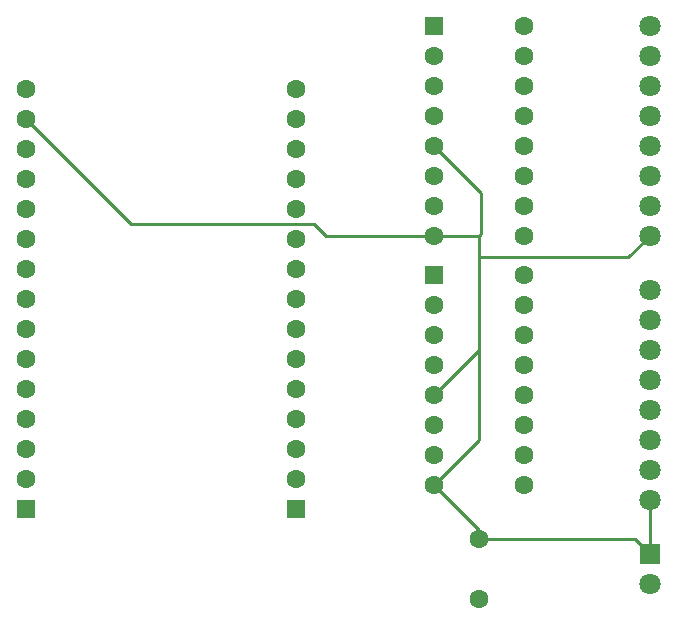
<source format=gbl>
G04 Layer: BottomLayer*
G04 EasyEDA Pro v2.2.35.2, 2025-01-23 15:21:14*
G04 Gerber Generator version 0.3*
G04 Scale: 100 percent, Rotated: No, Reflected: No*
G04 Dimensions in millimeters*
G04 Leading zeros omitted, absolute positions, 4 integers and 5 decimals*
%FSLAX45Y45*%
%MOMM*%
%ADD10C,1.6*%
%ADD11R,1.5748X1.6*%
%ADD12R,1.6X1.6*%
%ADD13C,1.8*%
%ADD14R,1.8X1.8*%
%ADD15C,0.254*%
G75*


G04 Pad Start*
G54D10*
G01X152400Y-660400D03*
G01X152400Y-914400D03*
G01X152400Y-1168400D03*
G01X152400Y-1422400D03*
G01X152400Y-1676400D03*
G01X152400Y-1930400D03*
G01X152400Y-2184400D03*
G01X152400Y-2438400D03*
G01X152400Y-2692400D03*
G01X152400Y-2946400D03*
G01X152400Y-3200400D03*
G01X152400Y-3454400D03*
G01X152400Y-3708400D03*
G01X152400Y-3962400D03*
G54D11*
G01X152400Y-4216400D03*
G54D10*
G01X2438400Y-660400D03*
G01X2438400Y-914400D03*
G01X2438400Y-1168400D03*
G01X2438400Y-1422400D03*
G01X2438400Y-1676400D03*
G01X2438400Y-1930400D03*
G01X2438400Y-2184400D03*
G01X2438400Y-2438400D03*
G01X2438400Y-2692400D03*
G01X2438400Y-2946400D03*
G01X2438400Y-3200400D03*
G01X2438400Y-3454400D03*
G01X2438400Y-3708400D03*
G01X2438400Y-3962400D03*
G54D11*
G01X2438400Y-4216400D03*
G54D10*
G01X4368800Y-127000D03*
G01X4368800Y-381000D03*
G01X4368800Y-635000D03*
G01X4368800Y-889000D03*
G01X4368800Y-1143000D03*
G01X4368800Y-1397000D03*
G01X4368800Y-1651000D03*
G01X4368800Y-1905000D03*
G01X3606800Y-1905000D03*
G01X3606800Y-1651000D03*
G01X3606800Y-1397000D03*
G01X3606800Y-1143000D03*
G01X3606800Y-889000D03*
G01X3606800Y-635000D03*
G01X3606800Y-381000D03*
G54D12*
G01X3606800Y-127000D03*
G54D10*
G01X4368800Y-2235200D03*
G01X4368800Y-2489200D03*
G01X4368800Y-2743200D03*
G01X4368800Y-2997200D03*
G01X4368800Y-3251200D03*
G01X4368800Y-3505200D03*
G01X4368800Y-3759200D03*
G01X4368800Y-4013200D03*
G01X3606800Y-4013200D03*
G01X3606800Y-3759200D03*
G01X3606800Y-3505200D03*
G01X3606800Y-3251200D03*
G01X3606800Y-2997200D03*
G01X3606800Y-2743200D03*
G01X3606800Y-2489200D03*
G54D12*
G01X3606800Y-2235200D03*
G54D13*
G01X5435600Y-1905000D03*
G01X5435600Y-1651000D03*
G01X5435600Y-1397000D03*
G01X5435600Y-1143000D03*
G01X5435600Y-889000D03*
G01X5435600Y-635000D03*
G01X5435600Y-381000D03*
G01X5435600Y-127000D03*
G01X5435600Y-4140200D03*
G01X5435600Y-3886200D03*
G01X5435600Y-3632200D03*
G01X5435600Y-3378200D03*
G01X5435600Y-3124200D03*
G01X5435600Y-2870200D03*
G01X5435600Y-2616200D03*
G01X5435600Y-2362200D03*
G01X5435600Y-4851400D03*
G54D14*
G01X5435600Y-4597400D03*
G54D10*
G01X3987800Y-4978400D03*
G01X3987800Y-4470400D03*
G04 Pad End*

G04 Track Start*
G54D15*
G01X3606800Y-4013200D02*
G01X3987800Y-4394200D01*
G01X3987800Y-4470400D01*
G01X5308600Y-4470400D01*
G01X5435600Y-4597400D01*
G01X5435600Y-4140200D01*
G01X3606800Y-1905000D02*
G01X2692400Y-1905000D01*
G01X2590800Y-1803400D01*
G01X1041400Y-1803400D01*
G01X3606800Y-1905000D02*
G01X3987800Y-1905000D01*
G01X4005761Y-1887039D02*
G01X3987800Y-1905000D01*
G01X4005761Y-1541961D02*
G01X4005761Y-1887039D01*
G01X3606800Y-1143000D02*
G01X4005761Y-1541961D01*
G01X3987800Y-2870200D02*
G01X3606800Y-3251200D01*
G01X3987800Y-2870200D02*
G01X3987800Y-3632200D01*
G01X3606800Y-4013200D01*
G01X1041400Y-1803400D02*
G01X152400Y-914400D01*
G01X5435600Y-1905000D02*
G01X5254965Y-2085635D01*
G01X3987800Y-2085635D01*
G01X3987800Y-1905000D02*
G01X3987800Y-2085635D01*
G01X3987800Y-2870200D01*
G04 Track End*

M02*


</source>
